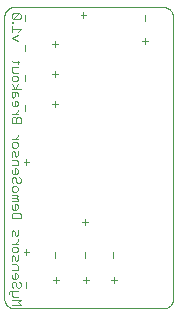
<source format=gbo>
G75*
%MOIN*%
%OFA0B0*%
%FSLAX25Y25*%
%IPPOS*%
%LPD*%
%AMOC8*
5,1,8,0,0,1.08239X$1,22.5*
%
%ADD10C,0.00000*%
%ADD11C,0.00300*%
D10*
X0048750Y0031333D02*
X0048750Y0125033D01*
X0048752Y0125147D01*
X0048758Y0125260D01*
X0048767Y0125373D01*
X0048780Y0125486D01*
X0048797Y0125599D01*
X0048818Y0125710D01*
X0048843Y0125821D01*
X0048871Y0125931D01*
X0048903Y0126040D01*
X0048938Y0126148D01*
X0048977Y0126255D01*
X0049020Y0126360D01*
X0049066Y0126464D01*
X0049115Y0126566D01*
X0049168Y0126667D01*
X0049225Y0126766D01*
X0049284Y0126862D01*
X0049347Y0126957D01*
X0049413Y0127050D01*
X0049482Y0127140D01*
X0049554Y0127228D01*
X0049628Y0127314D01*
X0049706Y0127397D01*
X0049786Y0127477D01*
X0049869Y0127555D01*
X0049955Y0127629D01*
X0050043Y0127701D01*
X0050133Y0127770D01*
X0050226Y0127836D01*
X0050321Y0127899D01*
X0050417Y0127958D01*
X0050516Y0128015D01*
X0050617Y0128068D01*
X0050719Y0128117D01*
X0050823Y0128163D01*
X0050928Y0128206D01*
X0051035Y0128245D01*
X0051143Y0128280D01*
X0051252Y0128312D01*
X0051362Y0128340D01*
X0051473Y0128365D01*
X0051584Y0128386D01*
X0051697Y0128403D01*
X0051810Y0128416D01*
X0051923Y0128425D01*
X0052036Y0128431D01*
X0052150Y0128433D01*
X0101646Y0128433D01*
X0101761Y0128431D01*
X0101875Y0128425D01*
X0101989Y0128415D01*
X0102103Y0128402D01*
X0102216Y0128384D01*
X0102328Y0128363D01*
X0102440Y0128338D01*
X0102551Y0128309D01*
X0102661Y0128276D01*
X0102769Y0128239D01*
X0102876Y0128199D01*
X0102982Y0128155D01*
X0103086Y0128108D01*
X0103189Y0128057D01*
X0103290Y0128003D01*
X0103389Y0127945D01*
X0103486Y0127884D01*
X0103580Y0127819D01*
X0103673Y0127751D01*
X0103763Y0127681D01*
X0103850Y0127607D01*
X0103935Y0127530D01*
X0104018Y0127451D01*
X0104097Y0127368D01*
X0104174Y0127283D01*
X0104248Y0127196D01*
X0104318Y0127106D01*
X0104386Y0127013D01*
X0104451Y0126919D01*
X0104512Y0126822D01*
X0104570Y0126723D01*
X0104624Y0126622D01*
X0104675Y0126519D01*
X0104722Y0126415D01*
X0104766Y0126309D01*
X0104806Y0126202D01*
X0104843Y0126094D01*
X0104876Y0125984D01*
X0104905Y0125873D01*
X0104930Y0125761D01*
X0104951Y0125649D01*
X0104969Y0125536D01*
X0104982Y0125422D01*
X0104992Y0125308D01*
X0104998Y0125194D01*
X0105000Y0125079D01*
X0105000Y0031095D01*
X0104998Y0030985D01*
X0104992Y0030874D01*
X0104983Y0030764D01*
X0104969Y0030655D01*
X0104952Y0030546D01*
X0104931Y0030438D01*
X0104906Y0030330D01*
X0104878Y0030223D01*
X0104845Y0030118D01*
X0104809Y0030014D01*
X0104770Y0029910D01*
X0104727Y0029809D01*
X0104680Y0029709D01*
X0104630Y0029611D01*
X0104576Y0029514D01*
X0104520Y0029419D01*
X0104459Y0029327D01*
X0104396Y0029236D01*
X0104330Y0029148D01*
X0104260Y0029063D01*
X0104188Y0028979D01*
X0104113Y0028898D01*
X0104035Y0028820D01*
X0103954Y0028745D01*
X0103870Y0028673D01*
X0103785Y0028603D01*
X0103697Y0028537D01*
X0103606Y0028474D01*
X0103514Y0028413D01*
X0103419Y0028357D01*
X0103322Y0028303D01*
X0103224Y0028253D01*
X0103124Y0028206D01*
X0103023Y0028163D01*
X0102919Y0028124D01*
X0102815Y0028088D01*
X0102710Y0028055D01*
X0102603Y0028027D01*
X0102495Y0028002D01*
X0102387Y0027981D01*
X0102278Y0027964D01*
X0102169Y0027950D01*
X0102059Y0027941D01*
X0101948Y0027935D01*
X0101838Y0027933D01*
X0052150Y0027933D01*
X0052036Y0027935D01*
X0051923Y0027941D01*
X0051810Y0027950D01*
X0051697Y0027963D01*
X0051584Y0027980D01*
X0051473Y0028001D01*
X0051362Y0028026D01*
X0051252Y0028054D01*
X0051143Y0028086D01*
X0051035Y0028121D01*
X0050928Y0028160D01*
X0050823Y0028203D01*
X0050719Y0028249D01*
X0050617Y0028298D01*
X0050516Y0028351D01*
X0050417Y0028408D01*
X0050321Y0028467D01*
X0050226Y0028530D01*
X0050133Y0028596D01*
X0050043Y0028665D01*
X0049955Y0028737D01*
X0049869Y0028811D01*
X0049786Y0028889D01*
X0049706Y0028969D01*
X0049628Y0029052D01*
X0049554Y0029138D01*
X0049482Y0029226D01*
X0049413Y0029316D01*
X0049347Y0029409D01*
X0049284Y0029504D01*
X0049225Y0029600D01*
X0049168Y0029699D01*
X0049115Y0029800D01*
X0049066Y0029902D01*
X0049020Y0030006D01*
X0048977Y0030111D01*
X0048938Y0030218D01*
X0048903Y0030326D01*
X0048871Y0030435D01*
X0048843Y0030545D01*
X0048818Y0030656D01*
X0048797Y0030767D01*
X0048780Y0030880D01*
X0048767Y0030993D01*
X0048758Y0031106D01*
X0048752Y0031219D01*
X0048750Y0031333D01*
D11*
X0050333Y0032871D02*
X0050333Y0033355D01*
X0050816Y0033838D01*
X0053235Y0033838D01*
X0053235Y0034850D02*
X0052751Y0035334D01*
X0052751Y0036301D01*
X0052267Y0036785D01*
X0051784Y0036785D01*
X0051300Y0036301D01*
X0051300Y0035334D01*
X0051784Y0034850D01*
X0051300Y0033838D02*
X0051300Y0032387D01*
X0051784Y0031903D01*
X0053235Y0031903D01*
X0054202Y0030892D02*
X0051300Y0030892D01*
X0053235Y0029924D02*
X0054202Y0030892D01*
X0053235Y0029924D02*
X0054202Y0028957D01*
X0051300Y0028957D01*
X0053235Y0034850D02*
X0053719Y0034850D01*
X0054202Y0035334D01*
X0054202Y0036301D01*
X0053719Y0036785D01*
X0052751Y0037796D02*
X0051784Y0037796D01*
X0051300Y0038280D01*
X0051300Y0039248D01*
X0052267Y0039731D02*
X0052267Y0037796D01*
X0052751Y0037796D02*
X0053235Y0038280D01*
X0053235Y0039248D01*
X0052751Y0039731D01*
X0052267Y0039731D01*
X0051300Y0040743D02*
X0053235Y0040743D01*
X0053235Y0042194D01*
X0052751Y0042678D01*
X0051300Y0042678D01*
X0051300Y0043689D02*
X0051300Y0045141D01*
X0051784Y0045624D01*
X0052267Y0045141D01*
X0052267Y0044173D01*
X0052751Y0043689D01*
X0053235Y0044173D01*
X0053235Y0045624D01*
X0052751Y0046636D02*
X0051784Y0046636D01*
X0051300Y0047120D01*
X0051300Y0048087D01*
X0051784Y0048571D01*
X0052751Y0048571D01*
X0053235Y0048087D01*
X0053235Y0047120D01*
X0052751Y0046636D01*
X0055184Y0046854D02*
X0057119Y0046854D01*
X0056151Y0045887D02*
X0056151Y0047822D01*
X0053235Y0049582D02*
X0051300Y0049582D01*
X0052267Y0049582D02*
X0053235Y0050550D01*
X0053235Y0051034D01*
X0052751Y0052038D02*
X0052267Y0052522D01*
X0052267Y0053489D01*
X0051784Y0053973D01*
X0051300Y0053489D01*
X0051300Y0052038D01*
X0052751Y0052038D02*
X0053235Y0052522D01*
X0053235Y0053973D01*
X0054202Y0057931D02*
X0051300Y0057931D01*
X0051300Y0059382D01*
X0051784Y0059866D01*
X0053719Y0059866D01*
X0054202Y0059382D01*
X0054202Y0057931D01*
X0052751Y0060877D02*
X0051784Y0060877D01*
X0051300Y0061361D01*
X0051300Y0062329D01*
X0052267Y0062812D02*
X0052267Y0060877D01*
X0052751Y0060877D02*
X0053235Y0061361D01*
X0053235Y0062329D01*
X0052751Y0062812D01*
X0052267Y0062812D01*
X0051300Y0063824D02*
X0053235Y0063824D01*
X0053235Y0064308D01*
X0052751Y0064791D01*
X0053235Y0065275D01*
X0052751Y0065759D01*
X0051300Y0065759D01*
X0051300Y0064791D02*
X0052751Y0064791D01*
X0052751Y0066770D02*
X0051784Y0066770D01*
X0051300Y0067254D01*
X0051300Y0068222D01*
X0051784Y0068705D01*
X0052751Y0068705D01*
X0053235Y0068222D01*
X0053235Y0067254D01*
X0052751Y0066770D01*
X0053235Y0069717D02*
X0052751Y0070201D01*
X0052751Y0071168D01*
X0052267Y0071652D01*
X0051784Y0071652D01*
X0051300Y0071168D01*
X0051300Y0070201D01*
X0051784Y0069717D01*
X0053235Y0069717D02*
X0053719Y0069717D01*
X0054202Y0070201D01*
X0054202Y0071168D01*
X0053719Y0071652D01*
X0052751Y0072663D02*
X0051784Y0072663D01*
X0051300Y0073147D01*
X0051300Y0074115D01*
X0052267Y0074598D02*
X0052267Y0072663D01*
X0052751Y0072663D02*
X0053235Y0073147D01*
X0053235Y0074115D01*
X0052751Y0074598D01*
X0052267Y0074598D01*
X0051300Y0075610D02*
X0053235Y0075610D01*
X0053235Y0077061D01*
X0052751Y0077545D01*
X0051300Y0077545D01*
X0051300Y0078557D02*
X0051300Y0080008D01*
X0051784Y0080492D01*
X0052267Y0080008D01*
X0052267Y0079040D01*
X0052751Y0078557D01*
X0053235Y0079040D01*
X0053235Y0080492D01*
X0052751Y0081503D02*
X0051784Y0081503D01*
X0051300Y0081987D01*
X0051300Y0082954D01*
X0051784Y0083438D01*
X0052751Y0083438D01*
X0053235Y0082954D01*
X0053235Y0081987D01*
X0052751Y0081503D01*
X0052267Y0084450D02*
X0053235Y0085417D01*
X0053235Y0085901D01*
X0053235Y0084450D02*
X0051300Y0084450D01*
X0051300Y0089852D02*
X0051300Y0091303D01*
X0051784Y0091786D01*
X0052267Y0091786D01*
X0052751Y0091303D01*
X0052751Y0089852D01*
X0052751Y0091303D02*
X0053235Y0091786D01*
X0053719Y0091786D01*
X0054202Y0091303D01*
X0054202Y0089852D01*
X0051300Y0089852D01*
X0051300Y0092798D02*
X0053235Y0092798D01*
X0053235Y0093766D02*
X0053235Y0094249D01*
X0053235Y0093766D02*
X0052267Y0092798D01*
X0052267Y0095253D02*
X0052267Y0097188D01*
X0052751Y0097188D01*
X0053235Y0096705D01*
X0053235Y0095737D01*
X0052751Y0095253D01*
X0051784Y0095253D01*
X0051300Y0095737D01*
X0051300Y0096705D01*
X0051784Y0098200D02*
X0052267Y0098684D01*
X0052267Y0100135D01*
X0052751Y0100135D02*
X0051300Y0100135D01*
X0051300Y0098684D01*
X0051784Y0098200D01*
X0053235Y0098684D02*
X0053235Y0099651D01*
X0052751Y0100135D01*
X0052267Y0101146D02*
X0053235Y0102598D01*
X0052751Y0103602D02*
X0051784Y0103602D01*
X0051300Y0104086D01*
X0051300Y0105053D01*
X0051784Y0105537D01*
X0052751Y0105537D01*
X0053235Y0105053D01*
X0053235Y0104086D01*
X0052751Y0103602D01*
X0051300Y0102598D02*
X0052267Y0101146D01*
X0051300Y0101146D02*
X0054202Y0101146D01*
X0055651Y0103887D02*
X0055651Y0105822D01*
X0053235Y0106548D02*
X0051784Y0106548D01*
X0051300Y0107032D01*
X0051300Y0108483D01*
X0053235Y0108483D01*
X0053235Y0109495D02*
X0053235Y0110462D01*
X0053719Y0109979D02*
X0051784Y0109979D01*
X0051300Y0110462D01*
X0055651Y0113887D02*
X0055651Y0115822D01*
X0053235Y0117052D02*
X0051300Y0118019D01*
X0053235Y0118987D01*
X0053235Y0119998D02*
X0054202Y0120966D01*
X0051300Y0120966D01*
X0051300Y0121933D02*
X0051300Y0119998D01*
X0051300Y0122945D02*
X0051300Y0123428D01*
X0051784Y0123428D01*
X0051784Y0122945D01*
X0051300Y0122945D01*
X0051784Y0124418D02*
X0053719Y0126353D01*
X0051784Y0126353D01*
X0051300Y0125869D01*
X0051300Y0124902D01*
X0051784Y0124418D01*
X0053719Y0124418D01*
X0054202Y0124902D01*
X0054202Y0125869D01*
X0053719Y0126353D01*
X0055651Y0125822D02*
X0055651Y0123887D01*
X0064684Y0115979D02*
X0066619Y0115979D01*
X0065651Y0115012D02*
X0065651Y0116947D01*
X0065651Y0106947D02*
X0065651Y0105012D01*
X0064684Y0105979D02*
X0066619Y0105979D01*
X0065651Y0096947D02*
X0065651Y0095012D01*
X0064684Y0095979D02*
X0066619Y0095979D01*
X0055651Y0095822D02*
X0055651Y0093887D01*
X0056151Y0077822D02*
X0056151Y0075887D01*
X0055184Y0076854D02*
X0057119Y0076854D01*
X0075776Y0057822D02*
X0075776Y0055887D01*
X0074809Y0056854D02*
X0076744Y0056854D01*
X0075651Y0046822D02*
X0075651Y0044887D01*
X0076133Y0038252D02*
X0076133Y0036317D01*
X0077100Y0037284D02*
X0075165Y0037284D01*
X0067100Y0037284D02*
X0065165Y0037284D01*
X0066133Y0038252D02*
X0066133Y0036317D01*
X0065651Y0044887D02*
X0065651Y0046822D01*
X0056151Y0036822D02*
X0056151Y0034887D01*
X0084415Y0037284D02*
X0086350Y0037284D01*
X0085383Y0036317D02*
X0085383Y0038252D01*
X0085151Y0044887D02*
X0085151Y0046822D01*
X0095651Y0116012D02*
X0095651Y0117947D01*
X0096619Y0116979D02*
X0094684Y0116979D01*
X0095651Y0123887D02*
X0095651Y0125822D01*
X0076119Y0125854D02*
X0074184Y0125854D01*
X0075151Y0124887D02*
X0075151Y0126822D01*
M02*

</source>
